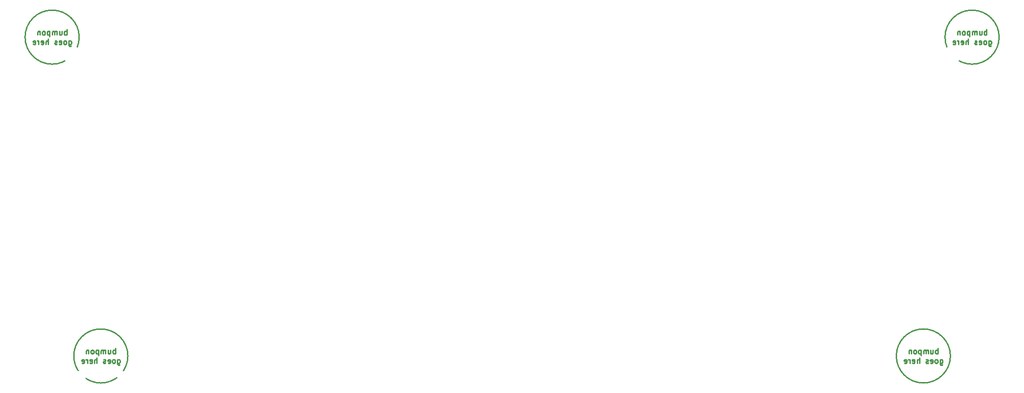
<source format=gbr>
G04 #@! TF.GenerationSoftware,KiCad,Pcbnew,(5.1.4)-1*
G04 #@! TF.CreationDate,2021-07-28T13:43:45-07:00*
G04 #@! TF.ProjectId,pcbtesting,70636274-6573-4746-996e-672e6b696361,rev?*
G04 #@! TF.SameCoordinates,Original*
G04 #@! TF.FileFunction,Legend,Bot*
G04 #@! TF.FilePolarity,Positive*
%FSLAX46Y46*%
G04 Gerber Fmt 4.6, Leading zero omitted, Abs format (unit mm)*
G04 Created by KiCad (PCBNEW (5.1.4)-1) date 2021-07-28 13:43:45*
%MOMM*%
%LPD*%
G04 APERTURE LIST*
%ADD10C,0.250000*%
%ADD11R,1.854600X1.854600*%
%ADD12C,1.854600*%
%ADD13C,2.102000*%
%ADD14C,1.802000*%
%ADD15C,3.502000*%
%ADD16R,1.702000X1.702000*%
%ADD17C,1.702000*%
%ADD18R,1.702000X1.302000*%
%ADD19R,1.302000X1.702000*%
G04 APERTURE END LIST*
D10*
X30690476Y-77577380D02*
X30690476Y-76577380D01*
X30690476Y-76958333D02*
X30595238Y-76910714D01*
X30404761Y-76910714D01*
X30309523Y-76958333D01*
X30261904Y-77005952D01*
X30214285Y-77101190D01*
X30214285Y-77386904D01*
X30261904Y-77482142D01*
X30309523Y-77529761D01*
X30404761Y-77577380D01*
X30595238Y-77577380D01*
X30690476Y-77529761D01*
X29357142Y-76910714D02*
X29357142Y-77577380D01*
X29785714Y-76910714D02*
X29785714Y-77434523D01*
X29738095Y-77529761D01*
X29642857Y-77577380D01*
X29500000Y-77577380D01*
X29404761Y-77529761D01*
X29357142Y-77482142D01*
X28880952Y-77577380D02*
X28880952Y-76910714D01*
X28880952Y-77005952D02*
X28833333Y-76958333D01*
X28738095Y-76910714D01*
X28595238Y-76910714D01*
X28500000Y-76958333D01*
X28452380Y-77053571D01*
X28452380Y-77577380D01*
X28452380Y-77053571D02*
X28404761Y-76958333D01*
X28309523Y-76910714D01*
X28166666Y-76910714D01*
X28071428Y-76958333D01*
X28023809Y-77053571D01*
X28023809Y-77577380D01*
X27547619Y-76910714D02*
X27547619Y-77910714D01*
X27547619Y-76958333D02*
X27452380Y-76910714D01*
X27261904Y-76910714D01*
X27166666Y-76958333D01*
X27119047Y-77005952D01*
X27071428Y-77101190D01*
X27071428Y-77386904D01*
X27119047Y-77482142D01*
X27166666Y-77529761D01*
X27261904Y-77577380D01*
X27452380Y-77577380D01*
X27547619Y-77529761D01*
X26500000Y-77577380D02*
X26595238Y-77529761D01*
X26642857Y-77482142D01*
X26690476Y-77386904D01*
X26690476Y-77101190D01*
X26642857Y-77005952D01*
X26595238Y-76958333D01*
X26500000Y-76910714D01*
X26357142Y-76910714D01*
X26261904Y-76958333D01*
X26214285Y-77005952D01*
X26166666Y-77101190D01*
X26166666Y-77386904D01*
X26214285Y-77482142D01*
X26261904Y-77529761D01*
X26357142Y-77577380D01*
X26500000Y-77577380D01*
X25738095Y-76910714D02*
X25738095Y-77577380D01*
X25738095Y-77005952D02*
X25690476Y-76958333D01*
X25595238Y-76910714D01*
X25452380Y-76910714D01*
X25357142Y-76958333D01*
X25309523Y-77053571D01*
X25309523Y-77577380D01*
X31071428Y-78660714D02*
X31071428Y-79470238D01*
X31119047Y-79565476D01*
X31166666Y-79613095D01*
X31261904Y-79660714D01*
X31404761Y-79660714D01*
X31500000Y-79613095D01*
X31071428Y-79279761D02*
X31166666Y-79327380D01*
X31357142Y-79327380D01*
X31452380Y-79279761D01*
X31500000Y-79232142D01*
X31547619Y-79136904D01*
X31547619Y-78851190D01*
X31500000Y-78755952D01*
X31452380Y-78708333D01*
X31357142Y-78660714D01*
X31166666Y-78660714D01*
X31071428Y-78708333D01*
X30452380Y-79327380D02*
X30547619Y-79279761D01*
X30595238Y-79232142D01*
X30642857Y-79136904D01*
X30642857Y-78851190D01*
X30595238Y-78755952D01*
X30547619Y-78708333D01*
X30452380Y-78660714D01*
X30309523Y-78660714D01*
X30214285Y-78708333D01*
X30166666Y-78755952D01*
X30119047Y-78851190D01*
X30119047Y-79136904D01*
X30166666Y-79232142D01*
X30214285Y-79279761D01*
X30309523Y-79327380D01*
X30452380Y-79327380D01*
X29309523Y-79279761D02*
X29404761Y-79327380D01*
X29595238Y-79327380D01*
X29690476Y-79279761D01*
X29738095Y-79184523D01*
X29738095Y-78803571D01*
X29690476Y-78708333D01*
X29595238Y-78660714D01*
X29404761Y-78660714D01*
X29309523Y-78708333D01*
X29261904Y-78803571D01*
X29261904Y-78898809D01*
X29738095Y-78994047D01*
X28880952Y-79279761D02*
X28785714Y-79327380D01*
X28595238Y-79327380D01*
X28500000Y-79279761D01*
X28452380Y-79184523D01*
X28452380Y-79136904D01*
X28500000Y-79041666D01*
X28595238Y-78994047D01*
X28738095Y-78994047D01*
X28833333Y-78946428D01*
X28880952Y-78851190D01*
X28880952Y-78803571D01*
X28833333Y-78708333D01*
X28738095Y-78660714D01*
X28595238Y-78660714D01*
X28500000Y-78708333D01*
X27261904Y-79327380D02*
X27261904Y-78327380D01*
X26833333Y-79327380D02*
X26833333Y-78803571D01*
X26880952Y-78708333D01*
X26976190Y-78660714D01*
X27119047Y-78660714D01*
X27214285Y-78708333D01*
X27261904Y-78755952D01*
X25976190Y-79279761D02*
X26071428Y-79327380D01*
X26261904Y-79327380D01*
X26357142Y-79279761D01*
X26404761Y-79184523D01*
X26404761Y-78803571D01*
X26357142Y-78708333D01*
X26261904Y-78660714D01*
X26071428Y-78660714D01*
X25976190Y-78708333D01*
X25928571Y-78803571D01*
X25928571Y-78898809D01*
X26404761Y-78994047D01*
X25500000Y-79327380D02*
X25500000Y-78660714D01*
X25500000Y-78851190D02*
X25452380Y-78755952D01*
X25404761Y-78708333D01*
X25309523Y-78660714D01*
X25214285Y-78660714D01*
X24500000Y-79279761D02*
X24595238Y-79327380D01*
X24785714Y-79327380D01*
X24880952Y-79279761D01*
X24928571Y-79184523D01*
X24928571Y-78803571D01*
X24880952Y-78708333D01*
X24785714Y-78660714D01*
X24595238Y-78660714D01*
X24500000Y-78708333D01*
X24452380Y-78803571D01*
X24452380Y-78898809D01*
X24928571Y-78994047D01*
X33000000Y-78000000D02*
G75*
G03X33000000Y-78000000I-5000000J0D01*
G01*
X21690476Y-18577380D02*
X21690476Y-17577380D01*
X21690476Y-17958333D02*
X21595238Y-17910714D01*
X21404761Y-17910714D01*
X21309523Y-17958333D01*
X21261904Y-18005952D01*
X21214285Y-18101190D01*
X21214285Y-18386904D01*
X21261904Y-18482142D01*
X21309523Y-18529761D01*
X21404761Y-18577380D01*
X21595238Y-18577380D01*
X21690476Y-18529761D01*
X20357142Y-17910714D02*
X20357142Y-18577380D01*
X20785714Y-17910714D02*
X20785714Y-18434523D01*
X20738095Y-18529761D01*
X20642857Y-18577380D01*
X20500000Y-18577380D01*
X20404761Y-18529761D01*
X20357142Y-18482142D01*
X19880952Y-18577380D02*
X19880952Y-17910714D01*
X19880952Y-18005952D02*
X19833333Y-17958333D01*
X19738095Y-17910714D01*
X19595238Y-17910714D01*
X19500000Y-17958333D01*
X19452380Y-18053571D01*
X19452380Y-18577380D01*
X19452380Y-18053571D02*
X19404761Y-17958333D01*
X19309523Y-17910714D01*
X19166666Y-17910714D01*
X19071428Y-17958333D01*
X19023809Y-18053571D01*
X19023809Y-18577380D01*
X18547619Y-17910714D02*
X18547619Y-18910714D01*
X18547619Y-17958333D02*
X18452380Y-17910714D01*
X18261904Y-17910714D01*
X18166666Y-17958333D01*
X18119047Y-18005952D01*
X18071428Y-18101190D01*
X18071428Y-18386904D01*
X18119047Y-18482142D01*
X18166666Y-18529761D01*
X18261904Y-18577380D01*
X18452380Y-18577380D01*
X18547619Y-18529761D01*
X17500000Y-18577380D02*
X17595238Y-18529761D01*
X17642857Y-18482142D01*
X17690476Y-18386904D01*
X17690476Y-18101190D01*
X17642857Y-18005952D01*
X17595238Y-17958333D01*
X17500000Y-17910714D01*
X17357142Y-17910714D01*
X17261904Y-17958333D01*
X17214285Y-18005952D01*
X17166666Y-18101190D01*
X17166666Y-18386904D01*
X17214285Y-18482142D01*
X17261904Y-18529761D01*
X17357142Y-18577380D01*
X17500000Y-18577380D01*
X16738095Y-17910714D02*
X16738095Y-18577380D01*
X16738095Y-18005952D02*
X16690476Y-17958333D01*
X16595238Y-17910714D01*
X16452380Y-17910714D01*
X16357142Y-17958333D01*
X16309523Y-18053571D01*
X16309523Y-18577380D01*
X22071428Y-19660714D02*
X22071428Y-20470238D01*
X22119047Y-20565476D01*
X22166666Y-20613095D01*
X22261904Y-20660714D01*
X22404761Y-20660714D01*
X22500000Y-20613095D01*
X22071428Y-20279761D02*
X22166666Y-20327380D01*
X22357142Y-20327380D01*
X22452380Y-20279761D01*
X22500000Y-20232142D01*
X22547619Y-20136904D01*
X22547619Y-19851190D01*
X22500000Y-19755952D01*
X22452380Y-19708333D01*
X22357142Y-19660714D01*
X22166666Y-19660714D01*
X22071428Y-19708333D01*
X21452380Y-20327380D02*
X21547619Y-20279761D01*
X21595238Y-20232142D01*
X21642857Y-20136904D01*
X21642857Y-19851190D01*
X21595238Y-19755952D01*
X21547619Y-19708333D01*
X21452380Y-19660714D01*
X21309523Y-19660714D01*
X21214285Y-19708333D01*
X21166666Y-19755952D01*
X21119047Y-19851190D01*
X21119047Y-20136904D01*
X21166666Y-20232142D01*
X21214285Y-20279761D01*
X21309523Y-20327380D01*
X21452380Y-20327380D01*
X20309523Y-20279761D02*
X20404761Y-20327380D01*
X20595238Y-20327380D01*
X20690476Y-20279761D01*
X20738095Y-20184523D01*
X20738095Y-19803571D01*
X20690476Y-19708333D01*
X20595238Y-19660714D01*
X20404761Y-19660714D01*
X20309523Y-19708333D01*
X20261904Y-19803571D01*
X20261904Y-19898809D01*
X20738095Y-19994047D01*
X19880952Y-20279761D02*
X19785714Y-20327380D01*
X19595238Y-20327380D01*
X19500000Y-20279761D01*
X19452380Y-20184523D01*
X19452380Y-20136904D01*
X19500000Y-20041666D01*
X19595238Y-19994047D01*
X19738095Y-19994047D01*
X19833333Y-19946428D01*
X19880952Y-19851190D01*
X19880952Y-19803571D01*
X19833333Y-19708333D01*
X19738095Y-19660714D01*
X19595238Y-19660714D01*
X19500000Y-19708333D01*
X18261904Y-20327380D02*
X18261904Y-19327380D01*
X17833333Y-20327380D02*
X17833333Y-19803571D01*
X17880952Y-19708333D01*
X17976190Y-19660714D01*
X18119047Y-19660714D01*
X18214285Y-19708333D01*
X18261904Y-19755952D01*
X16976190Y-20279761D02*
X17071428Y-20327380D01*
X17261904Y-20327380D01*
X17357142Y-20279761D01*
X17404761Y-20184523D01*
X17404761Y-19803571D01*
X17357142Y-19708333D01*
X17261904Y-19660714D01*
X17071428Y-19660714D01*
X16976190Y-19708333D01*
X16928571Y-19803571D01*
X16928571Y-19898809D01*
X17404761Y-19994047D01*
X16499999Y-20327380D02*
X16499999Y-19660714D01*
X16499999Y-19851190D02*
X16452380Y-19755952D01*
X16404761Y-19708333D01*
X16309523Y-19660714D01*
X16214285Y-19660714D01*
X15499999Y-20279761D02*
X15595238Y-20327380D01*
X15785714Y-20327380D01*
X15880952Y-20279761D01*
X15928571Y-20184523D01*
X15928571Y-19803571D01*
X15880952Y-19708333D01*
X15785714Y-19660714D01*
X15595238Y-19660714D01*
X15499999Y-19708333D01*
X15452380Y-19803571D01*
X15452380Y-19898809D01*
X15928571Y-19994047D01*
X24000000Y-19000000D02*
G75*
G03X24000000Y-19000000I-5000000J0D01*
G01*
X191690476Y-18577380D02*
X191690476Y-17577380D01*
X191690476Y-17958333D02*
X191595238Y-17910714D01*
X191404761Y-17910714D01*
X191309523Y-17958333D01*
X191261904Y-18005952D01*
X191214285Y-18101190D01*
X191214285Y-18386904D01*
X191261904Y-18482142D01*
X191309523Y-18529761D01*
X191404761Y-18577380D01*
X191595238Y-18577380D01*
X191690476Y-18529761D01*
X190357142Y-17910714D02*
X190357142Y-18577380D01*
X190785714Y-17910714D02*
X190785714Y-18434523D01*
X190738095Y-18529761D01*
X190642857Y-18577380D01*
X190500000Y-18577380D01*
X190404761Y-18529761D01*
X190357142Y-18482142D01*
X189880952Y-18577380D02*
X189880952Y-17910714D01*
X189880952Y-18005952D02*
X189833333Y-17958333D01*
X189738095Y-17910714D01*
X189595238Y-17910714D01*
X189500000Y-17958333D01*
X189452380Y-18053571D01*
X189452380Y-18577380D01*
X189452380Y-18053571D02*
X189404761Y-17958333D01*
X189309523Y-17910714D01*
X189166666Y-17910714D01*
X189071428Y-17958333D01*
X189023809Y-18053571D01*
X189023809Y-18577380D01*
X188547619Y-17910714D02*
X188547619Y-18910714D01*
X188547619Y-17958333D02*
X188452380Y-17910714D01*
X188261904Y-17910714D01*
X188166666Y-17958333D01*
X188119047Y-18005952D01*
X188071428Y-18101190D01*
X188071428Y-18386904D01*
X188119047Y-18482142D01*
X188166666Y-18529761D01*
X188261904Y-18577380D01*
X188452380Y-18577380D01*
X188547619Y-18529761D01*
X187500000Y-18577380D02*
X187595238Y-18529761D01*
X187642857Y-18482142D01*
X187690476Y-18386904D01*
X187690476Y-18101190D01*
X187642857Y-18005952D01*
X187595238Y-17958333D01*
X187500000Y-17910714D01*
X187357142Y-17910714D01*
X187261904Y-17958333D01*
X187214285Y-18005952D01*
X187166666Y-18101190D01*
X187166666Y-18386904D01*
X187214285Y-18482142D01*
X187261904Y-18529761D01*
X187357142Y-18577380D01*
X187500000Y-18577380D01*
X186738095Y-17910714D02*
X186738095Y-18577380D01*
X186738095Y-18005952D02*
X186690476Y-17958333D01*
X186595238Y-17910714D01*
X186452380Y-17910714D01*
X186357142Y-17958333D01*
X186309523Y-18053571D01*
X186309523Y-18577380D01*
X192071428Y-19660714D02*
X192071428Y-20470238D01*
X192119047Y-20565476D01*
X192166666Y-20613095D01*
X192261904Y-20660714D01*
X192404761Y-20660714D01*
X192500000Y-20613095D01*
X192071428Y-20279761D02*
X192166666Y-20327380D01*
X192357142Y-20327380D01*
X192452380Y-20279761D01*
X192500000Y-20232142D01*
X192547619Y-20136904D01*
X192547619Y-19851190D01*
X192500000Y-19755952D01*
X192452380Y-19708333D01*
X192357142Y-19660714D01*
X192166666Y-19660714D01*
X192071428Y-19708333D01*
X191452380Y-20327380D02*
X191547619Y-20279761D01*
X191595238Y-20232142D01*
X191642857Y-20136904D01*
X191642857Y-19851190D01*
X191595238Y-19755952D01*
X191547619Y-19708333D01*
X191452380Y-19660714D01*
X191309523Y-19660714D01*
X191214285Y-19708333D01*
X191166666Y-19755952D01*
X191119047Y-19851190D01*
X191119047Y-20136904D01*
X191166666Y-20232142D01*
X191214285Y-20279761D01*
X191309523Y-20327380D01*
X191452380Y-20327380D01*
X190309523Y-20279761D02*
X190404761Y-20327380D01*
X190595238Y-20327380D01*
X190690476Y-20279761D01*
X190738095Y-20184523D01*
X190738095Y-19803571D01*
X190690476Y-19708333D01*
X190595238Y-19660714D01*
X190404761Y-19660714D01*
X190309523Y-19708333D01*
X190261904Y-19803571D01*
X190261904Y-19898809D01*
X190738095Y-19994047D01*
X189880952Y-20279761D02*
X189785714Y-20327380D01*
X189595238Y-20327380D01*
X189500000Y-20279761D01*
X189452380Y-20184523D01*
X189452380Y-20136904D01*
X189500000Y-20041666D01*
X189595238Y-19994047D01*
X189738095Y-19994047D01*
X189833333Y-19946428D01*
X189880952Y-19851190D01*
X189880952Y-19803571D01*
X189833333Y-19708333D01*
X189738095Y-19660714D01*
X189595238Y-19660714D01*
X189500000Y-19708333D01*
X188261904Y-20327380D02*
X188261904Y-19327380D01*
X187833333Y-20327380D02*
X187833333Y-19803571D01*
X187880952Y-19708333D01*
X187976190Y-19660714D01*
X188119047Y-19660714D01*
X188214285Y-19708333D01*
X188261904Y-19755952D01*
X186976190Y-20279761D02*
X187071428Y-20327380D01*
X187261904Y-20327380D01*
X187357142Y-20279761D01*
X187404761Y-20184523D01*
X187404761Y-19803571D01*
X187357142Y-19708333D01*
X187261904Y-19660714D01*
X187071428Y-19660714D01*
X186976190Y-19708333D01*
X186928571Y-19803571D01*
X186928571Y-19898809D01*
X187404761Y-19994047D01*
X186500000Y-20327380D02*
X186500000Y-19660714D01*
X186500000Y-19851190D02*
X186452380Y-19755952D01*
X186404761Y-19708333D01*
X186309523Y-19660714D01*
X186214285Y-19660714D01*
X185500000Y-20279761D02*
X185595238Y-20327380D01*
X185785714Y-20327380D01*
X185880952Y-20279761D01*
X185928571Y-20184523D01*
X185928571Y-19803571D01*
X185880952Y-19708333D01*
X185785714Y-19660714D01*
X185595238Y-19660714D01*
X185500000Y-19708333D01*
X185452380Y-19803571D01*
X185452380Y-19898809D01*
X185928571Y-19994047D01*
X194000000Y-19000000D02*
G75*
G03X194000000Y-19000000I-5000000J0D01*
G01*
X185000000Y-78000000D02*
G75*
G03X185000000Y-78000000I-5000000J0D01*
G01*
X182690476Y-77577380D02*
X182690476Y-76577380D01*
X182690476Y-76958333D02*
X182595238Y-76910714D01*
X182404761Y-76910714D01*
X182309523Y-76958333D01*
X182261904Y-77005952D01*
X182214285Y-77101190D01*
X182214285Y-77386904D01*
X182261904Y-77482142D01*
X182309523Y-77529761D01*
X182404761Y-77577380D01*
X182595238Y-77577380D01*
X182690476Y-77529761D01*
X181357142Y-76910714D02*
X181357142Y-77577380D01*
X181785714Y-76910714D02*
X181785714Y-77434523D01*
X181738095Y-77529761D01*
X181642857Y-77577380D01*
X181500000Y-77577380D01*
X181404761Y-77529761D01*
X181357142Y-77482142D01*
X180880952Y-77577380D02*
X180880952Y-76910714D01*
X180880952Y-77005952D02*
X180833333Y-76958333D01*
X180738095Y-76910714D01*
X180595238Y-76910714D01*
X180500000Y-76958333D01*
X180452380Y-77053571D01*
X180452380Y-77577380D01*
X180452380Y-77053571D02*
X180404761Y-76958333D01*
X180309523Y-76910714D01*
X180166666Y-76910714D01*
X180071428Y-76958333D01*
X180023809Y-77053571D01*
X180023809Y-77577380D01*
X179547619Y-76910714D02*
X179547619Y-77910714D01*
X179547619Y-76958333D02*
X179452380Y-76910714D01*
X179261904Y-76910714D01*
X179166666Y-76958333D01*
X179119047Y-77005952D01*
X179071428Y-77101190D01*
X179071428Y-77386904D01*
X179119047Y-77482142D01*
X179166666Y-77529761D01*
X179261904Y-77577380D01*
X179452380Y-77577380D01*
X179547619Y-77529761D01*
X178500000Y-77577380D02*
X178595238Y-77529761D01*
X178642857Y-77482142D01*
X178690476Y-77386904D01*
X178690476Y-77101190D01*
X178642857Y-77005952D01*
X178595238Y-76958333D01*
X178500000Y-76910714D01*
X178357142Y-76910714D01*
X178261904Y-76958333D01*
X178214285Y-77005952D01*
X178166666Y-77101190D01*
X178166666Y-77386904D01*
X178214285Y-77482142D01*
X178261904Y-77529761D01*
X178357142Y-77577380D01*
X178500000Y-77577380D01*
X177738095Y-76910714D02*
X177738095Y-77577380D01*
X177738095Y-77005952D02*
X177690476Y-76958333D01*
X177595238Y-76910714D01*
X177452380Y-76910714D01*
X177357142Y-76958333D01*
X177309523Y-77053571D01*
X177309523Y-77577380D01*
X183071428Y-78660714D02*
X183071428Y-79470238D01*
X183119047Y-79565476D01*
X183166666Y-79613095D01*
X183261904Y-79660714D01*
X183404761Y-79660714D01*
X183500000Y-79613095D01*
X183071428Y-79279761D02*
X183166666Y-79327380D01*
X183357142Y-79327380D01*
X183452380Y-79279761D01*
X183500000Y-79232142D01*
X183547619Y-79136904D01*
X183547619Y-78851190D01*
X183500000Y-78755952D01*
X183452380Y-78708333D01*
X183357142Y-78660714D01*
X183166666Y-78660714D01*
X183071428Y-78708333D01*
X182452380Y-79327380D02*
X182547619Y-79279761D01*
X182595238Y-79232142D01*
X182642857Y-79136904D01*
X182642857Y-78851190D01*
X182595238Y-78755952D01*
X182547619Y-78708333D01*
X182452380Y-78660714D01*
X182309523Y-78660714D01*
X182214285Y-78708333D01*
X182166666Y-78755952D01*
X182119047Y-78851190D01*
X182119047Y-79136904D01*
X182166666Y-79232142D01*
X182214285Y-79279761D01*
X182309523Y-79327380D01*
X182452380Y-79327380D01*
X181309523Y-79279761D02*
X181404761Y-79327380D01*
X181595238Y-79327380D01*
X181690476Y-79279761D01*
X181738095Y-79184523D01*
X181738095Y-78803571D01*
X181690476Y-78708333D01*
X181595238Y-78660714D01*
X181404761Y-78660714D01*
X181309523Y-78708333D01*
X181261904Y-78803571D01*
X181261904Y-78898809D01*
X181738095Y-78994047D01*
X180880952Y-79279761D02*
X180785714Y-79327380D01*
X180595238Y-79327380D01*
X180500000Y-79279761D01*
X180452380Y-79184523D01*
X180452380Y-79136904D01*
X180500000Y-79041666D01*
X180595238Y-78994047D01*
X180738095Y-78994047D01*
X180833333Y-78946428D01*
X180880952Y-78851190D01*
X180880952Y-78803571D01*
X180833333Y-78708333D01*
X180738095Y-78660714D01*
X180595238Y-78660714D01*
X180500000Y-78708333D01*
X179261904Y-79327380D02*
X179261904Y-78327380D01*
X178833333Y-79327380D02*
X178833333Y-78803571D01*
X178880952Y-78708333D01*
X178976190Y-78660714D01*
X179119047Y-78660714D01*
X179214285Y-78708333D01*
X179261904Y-78755952D01*
X177976190Y-79279761D02*
X178071428Y-79327380D01*
X178261904Y-79327380D01*
X178357142Y-79279761D01*
X178404761Y-79184523D01*
X178404761Y-78803571D01*
X178357142Y-78708333D01*
X178261904Y-78660714D01*
X178071428Y-78660714D01*
X177976190Y-78708333D01*
X177928571Y-78803571D01*
X177928571Y-78898809D01*
X178404761Y-78994047D01*
X177500000Y-79327380D02*
X177500000Y-78660714D01*
X177500000Y-78851190D02*
X177452380Y-78755952D01*
X177404761Y-78708333D01*
X177309523Y-78660714D01*
X177214285Y-78660714D01*
X176500000Y-79279761D02*
X176595238Y-79327380D01*
X176785714Y-79327380D01*
X176880952Y-79279761D01*
X176928571Y-79184523D01*
X176928571Y-78803571D01*
X176880952Y-78708333D01*
X176785714Y-78660714D01*
X176595238Y-78660714D01*
X176500000Y-78708333D01*
X176452380Y-78803571D01*
X176452380Y-78898809D01*
X176928571Y-78994047D01*
%LPC*%
D11*
X24280000Y-81740000D03*
D12*
X26820000Y-81740000D03*
X29360000Y-81740000D03*
X31900000Y-81740000D03*
X34440000Y-81740000D03*
X36980000Y-81740000D03*
X39520000Y-81740000D03*
X42060000Y-81740000D03*
X44600000Y-81740000D03*
X47140000Y-81740000D03*
X49680000Y-81740000D03*
X52220000Y-66500000D03*
X49680000Y-66500000D03*
X47140000Y-66500000D03*
X44600000Y-66500000D03*
X42060000Y-66500000D03*
X39520000Y-66500000D03*
X36980000Y-66500000D03*
X34440000Y-66500000D03*
X31900000Y-66500000D03*
X29360000Y-66500000D03*
X26820000Y-66500000D03*
X52220000Y-81740000D03*
X24280000Y-66500000D03*
D13*
X95000000Y-67600000D03*
X100000000Y-69700000D03*
D14*
X100500000Y-73500000D03*
X89500000Y-73500000D03*
D15*
X95000000Y-73500000D03*
D13*
X140000000Y-62400000D03*
X135000000Y-60300000D03*
D14*
X134500000Y-56500000D03*
X145500000Y-56500000D03*
D15*
X140000000Y-56500000D03*
D13*
X68000000Y-62400000D03*
X63000000Y-60300000D03*
D14*
X62500000Y-56500000D03*
X73500000Y-56500000D03*
D15*
X68000000Y-56500000D03*
D13*
X50000000Y-62400000D03*
X45000000Y-60300000D03*
D14*
X44500000Y-56500000D03*
X55500000Y-56500000D03*
D15*
X50000000Y-56500000D03*
D13*
X23000000Y-45400000D03*
X18000000Y-43300000D03*
D14*
X17500000Y-39500000D03*
X28500000Y-39500000D03*
D15*
X23000000Y-39500000D03*
D13*
X167000000Y-28400000D03*
X162000000Y-26300000D03*
D14*
X161500000Y-22500000D03*
X172500000Y-22500000D03*
D15*
X167000000Y-22500000D03*
D13*
X185000000Y-45400000D03*
X180000000Y-43300000D03*
D14*
X179500000Y-39500000D03*
X190500000Y-39500000D03*
D15*
X185000000Y-39500000D03*
D13*
X185000000Y-28400000D03*
X180000000Y-26300000D03*
D14*
X179500000Y-22500000D03*
X190500000Y-22500000D03*
D15*
X185000000Y-22500000D03*
D13*
X176000000Y-62400000D03*
X171000000Y-60300000D03*
D14*
X170500000Y-56500000D03*
X181500000Y-56500000D03*
D15*
X176000000Y-56500000D03*
D13*
X167000000Y-45400000D03*
X162000000Y-43300000D03*
D14*
X161500000Y-39500000D03*
X172500000Y-39500000D03*
D15*
X167000000Y-39500000D03*
D13*
X158000000Y-62400000D03*
X153000000Y-60300000D03*
D14*
X152500000Y-56500000D03*
X163500000Y-56500000D03*
D15*
X158000000Y-56500000D03*
D13*
X149000000Y-45400000D03*
X144000000Y-43300000D03*
D14*
X143500000Y-39500000D03*
X154500000Y-39500000D03*
D15*
X149000000Y-39500000D03*
D13*
X149000000Y-28400000D03*
X144000000Y-26300000D03*
D14*
X143500000Y-22500000D03*
X154500000Y-22500000D03*
D15*
X149000000Y-22500000D03*
D13*
X131000000Y-45400000D03*
X126000000Y-43300000D03*
D14*
X125500000Y-39500000D03*
X136500000Y-39500000D03*
D15*
X131000000Y-39500000D03*
D13*
X131000000Y-28400000D03*
X126000000Y-26300000D03*
D14*
X125500000Y-22500000D03*
X136500000Y-22500000D03*
D15*
X131000000Y-22500000D03*
D13*
X113000000Y-67600000D03*
X118000000Y-69700000D03*
D14*
X118500000Y-73500000D03*
X107500000Y-73500000D03*
D15*
X113000000Y-73500000D03*
D13*
X122000000Y-62400000D03*
X117000000Y-60300000D03*
D14*
X116500000Y-56500000D03*
X127500000Y-56500000D03*
D15*
X122000000Y-56500000D03*
D13*
X113000000Y-45400000D03*
X108000000Y-43300000D03*
D14*
X107500000Y-39500000D03*
X118500000Y-39500000D03*
D15*
X113000000Y-39500000D03*
D13*
X113000000Y-28400000D03*
X108000000Y-26300000D03*
D14*
X107500000Y-22500000D03*
X118500000Y-22500000D03*
D15*
X113000000Y-22500000D03*
D13*
X104000000Y-62400000D03*
X99000000Y-60300000D03*
D14*
X98500000Y-56500000D03*
X109500000Y-56500000D03*
D15*
X104000000Y-56500000D03*
D13*
X95000000Y-45400000D03*
X90000000Y-43300000D03*
D14*
X89500000Y-39500000D03*
X100500000Y-39500000D03*
D15*
X95000000Y-39500000D03*
D13*
X95000000Y-28400000D03*
X90000000Y-26300000D03*
D14*
X89500000Y-22500000D03*
X100500000Y-22500000D03*
D15*
X95000000Y-22500000D03*
D13*
X86000000Y-62400000D03*
X81000000Y-60300000D03*
D14*
X80500000Y-56500000D03*
X91500000Y-56500000D03*
D15*
X86000000Y-56500000D03*
D13*
X77000000Y-45400000D03*
X72000000Y-43300000D03*
D14*
X71500000Y-39500000D03*
X82500000Y-39500000D03*
D15*
X77000000Y-39500000D03*
D13*
X77000000Y-28400000D03*
X72000000Y-26300000D03*
D14*
X71500000Y-22500000D03*
X82500000Y-22500000D03*
D15*
X77000000Y-22500000D03*
D13*
X59000000Y-45400000D03*
X54000000Y-43300000D03*
D14*
X53500000Y-39500000D03*
X64500000Y-39500000D03*
D15*
X59000000Y-39500000D03*
D13*
X59000000Y-28400000D03*
X54000000Y-26300000D03*
D14*
X53500000Y-22500000D03*
X64500000Y-22500000D03*
D15*
X59000000Y-22500000D03*
D13*
X41000000Y-45400000D03*
X36000000Y-43300000D03*
D14*
X35500000Y-39500000D03*
X46500000Y-39500000D03*
D15*
X41000000Y-39500000D03*
D13*
X41000000Y-28400000D03*
X36000000Y-26300000D03*
D14*
X35500000Y-22500000D03*
X46500000Y-22500000D03*
D15*
X41000000Y-22500000D03*
D13*
X32000000Y-62400000D03*
X27000000Y-60300000D03*
D14*
X26500000Y-56500000D03*
X37500000Y-56500000D03*
D15*
X32000000Y-56500000D03*
D13*
X23000000Y-28400000D03*
X18000000Y-26300000D03*
D14*
X17500000Y-22500000D03*
X28500000Y-22500000D03*
D15*
X23000000Y-22500000D03*
D16*
X183900000Y-48000000D03*
D17*
X176100000Y-48000000D03*
D18*
X181400000Y-48000000D03*
X178600000Y-48000000D03*
D16*
X192900000Y-31000000D03*
D17*
X185100000Y-31000000D03*
D18*
X190400000Y-31000000D03*
X187600000Y-31000000D03*
D16*
X166750000Y-50850000D03*
D17*
X166750000Y-58650000D03*
D19*
X166750000Y-53350000D03*
X166750000Y-56150000D03*
D16*
X170300000Y-48000000D03*
D17*
X162500000Y-48000000D03*
D18*
X167800000Y-48000000D03*
X165000000Y-48000000D03*
D16*
X174900000Y-31000000D03*
D17*
X167100000Y-31000000D03*
D18*
X172400000Y-31000000D03*
X169600000Y-31000000D03*
D16*
X149000000Y-50850000D03*
D17*
X149000000Y-58650000D03*
D19*
X149000000Y-53350000D03*
X149000000Y-56150000D03*
D16*
X156900000Y-48000000D03*
D17*
X149100000Y-48000000D03*
D18*
X154400000Y-48000000D03*
X151600000Y-48000000D03*
D16*
X156900000Y-31000000D03*
D17*
X149100000Y-31000000D03*
D18*
X154400000Y-31000000D03*
X151600000Y-31000000D03*
D16*
X131000000Y-50850000D03*
D17*
X131000000Y-58650000D03*
D19*
X131000000Y-53350000D03*
X131000000Y-56150000D03*
D16*
X138900000Y-48000000D03*
D17*
X131100000Y-48000000D03*
D18*
X136400000Y-48000000D03*
X133600000Y-48000000D03*
D16*
X138900000Y-31000000D03*
D17*
X131100000Y-31000000D03*
D18*
X136400000Y-31000000D03*
X133600000Y-31000000D03*
D16*
X120900000Y-65000000D03*
D17*
X113100000Y-65000000D03*
D18*
X118400000Y-65000000D03*
X115600000Y-65000000D03*
D16*
X113000000Y-50850000D03*
D17*
X113000000Y-58650000D03*
D19*
X113000000Y-53350000D03*
X113000000Y-56150000D03*
D16*
X120900000Y-48000000D03*
D17*
X113100000Y-48000000D03*
D18*
X118400000Y-48000000D03*
X115600000Y-48000000D03*
D16*
X120900000Y-31000000D03*
D17*
X113100000Y-31000000D03*
D18*
X118400000Y-31000000D03*
X115600000Y-31000000D03*
D16*
X98900000Y-65000000D03*
D17*
X91100000Y-65000000D03*
D18*
X96400000Y-65000000D03*
X93600000Y-65000000D03*
D16*
X104000000Y-65850000D03*
D17*
X104000000Y-73650000D03*
D19*
X104000000Y-68350000D03*
X104000000Y-71150000D03*
D16*
X102900000Y-48000000D03*
D17*
X95100000Y-48000000D03*
D18*
X100400000Y-48000000D03*
X97600000Y-48000000D03*
D16*
X102900000Y-31000000D03*
D17*
X95100000Y-31000000D03*
D18*
X100400000Y-31000000D03*
X97600000Y-31000000D03*
D16*
X95000000Y-50850000D03*
D17*
X95000000Y-58650000D03*
D19*
X95000000Y-53350000D03*
X95000000Y-56150000D03*
D16*
X84900000Y-48000000D03*
D17*
X77100000Y-48000000D03*
D18*
X82400000Y-48000000D03*
X79600000Y-48000000D03*
D16*
X84900000Y-31000000D03*
D17*
X77100000Y-31000000D03*
D18*
X82400000Y-31000000D03*
X79600000Y-31000000D03*
D16*
X77000000Y-50850000D03*
D17*
X77000000Y-58650000D03*
D19*
X77000000Y-53350000D03*
X77000000Y-56150000D03*
D16*
X66900000Y-47750000D03*
D17*
X59100000Y-47750000D03*
D18*
X64400000Y-47750000D03*
X61600000Y-47750000D03*
D16*
X66900000Y-31000000D03*
D17*
X59100000Y-31000000D03*
D18*
X64400000Y-31000000D03*
X61600000Y-31000000D03*
D16*
X59000000Y-50850000D03*
D17*
X59000000Y-58650000D03*
D19*
X59000000Y-53350000D03*
X59000000Y-56150000D03*
D16*
X49900000Y-48000000D03*
D17*
X42100000Y-48000000D03*
D18*
X47400000Y-48000000D03*
X44600000Y-48000000D03*
D16*
X48900000Y-31000000D03*
D17*
X41100000Y-31000000D03*
D18*
X46400000Y-31000000D03*
X43600000Y-31000000D03*
D16*
X41000000Y-50850000D03*
D17*
X41000000Y-58650000D03*
D19*
X41000000Y-53350000D03*
X41000000Y-56150000D03*
D16*
X33150000Y-48000000D03*
D17*
X25350000Y-48000000D03*
D18*
X30650000Y-48000000D03*
X27850000Y-48000000D03*
D16*
X30900000Y-31000000D03*
D17*
X23100000Y-31000000D03*
D18*
X28400000Y-31000000D03*
X25600000Y-31000000D03*
M02*

</source>
